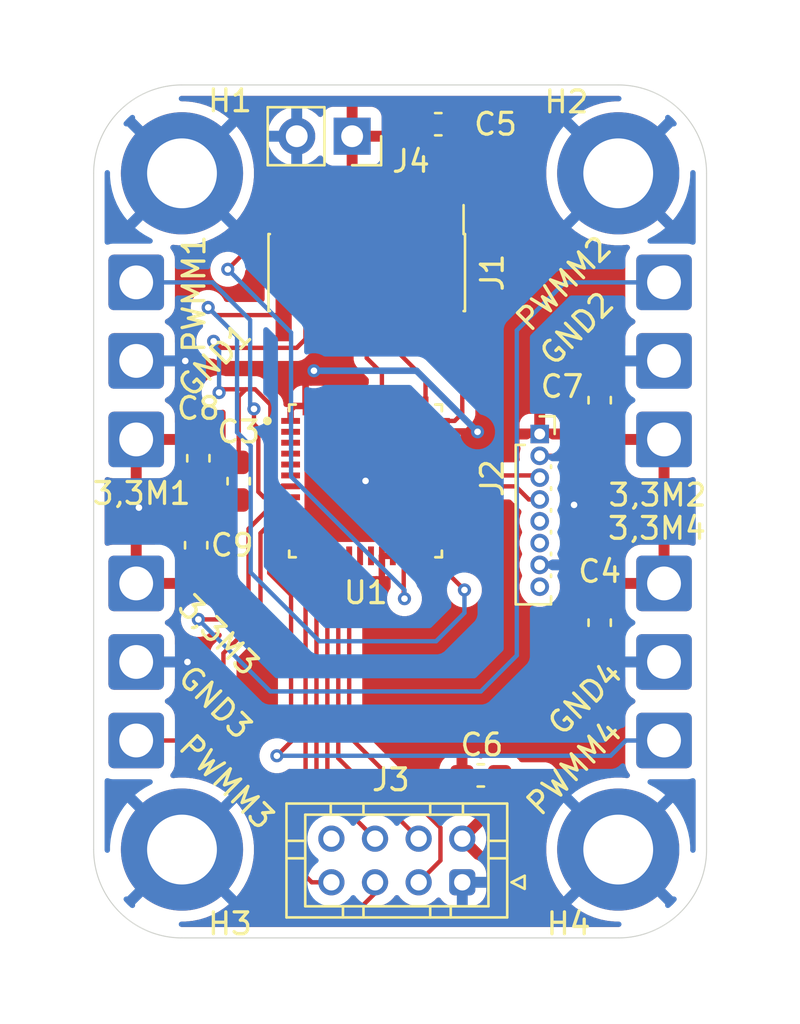
<source format=kicad_pcb>
(kicad_pcb (version 20241229) (generator "pcbnew") (generator_version "9.0")
  (layers (0 "F.Cu" signal) (2 "B.Cu" signal) (13 "F.Paste" user) (15 "B.Paste" user) (5 "F.SilkS" user "F.Silkscreen") (7 "B.SilkS" user "B.Silkscreen") (1 "F.Mask" user) (3 "B.Mask" user) (25 "Edge.Cuts" user))
  (net 0 "")
  (net 5 "3,3V")
  (net 8 "SDA")
  (net 15 "GND")
  (net 17 "NReset")
  (net 21 "USART_TX")
  (net 23 "SCL")
  (net 25 "SWCLK")
  (net 27 "USART_RX")
  (net 32 "SWO")
  (net 37 "SWDIO")
  (net 38 "Net-(PWMM1-Pin_1)")
  (net 41 "Net-(PWMM2-Pin_1)")
  (net 42 "Net-(PWMM3-Pin_1)")
  (net 43 "Net-(PWMM4-Pin_1)")
  (net 47 "RF_CSN")
  (net 49 "RF_MISO")
  (net 50 "RF_CE")
  (net 51 "RF_SCK")
  (net 52 "RF_MOSI")
  (footprint "MountingHole:MountingHole_3.2mm_M3_DIN965_Pad" (layer "F.Cu") (at 101.5 30)
    (property "Reference" "H2" (at -2.375 -3.275 0) (layer "F.SilkS"))
    (property "Value" "MountingHole_Pad")
    (pad "1" thru_hole circle (at 0 0) (size 5.6 5.6) (drill 3.2) (layers "*.Cu" "*.Mask") (net 15 "GND"))
  )
  (footprint "Connector_Wire:SolderWire-0.75sqmm_1x01_D1.25mm_OD2.3mm" (layer "F.Cu") (at 79.4 42.2)
    (property "Reference" "3,3M1" (at 0.25 2.475 0) (layer "F.SilkS"))
    (property "Value" "Conn_01x01_Pin")
    (pad "1" thru_hole roundrect (at 0 0) (size 2.55 2.55) (drill 1.55) (layers "*.Cu" "*.Mask") (roundrect_rratio 0.098039) (net 5 "3,3V"))
  )
  (footprint "Connector_JST:JST_PHD_B8B-PHDSS_2x04_P2.00mm_Vertical" (layer "F.Cu") (at 94.35 62.5 180)
    (property "Reference" "J3" (at 3.275 4.7 0) (layer "F.SilkS"))
    (property "Value" "Conn_02x04_Odd_Even")
    (fp_line (start 8.06 3.61) (end 8.06 -1.61) (stroke (width 0.12)) (layer "F.SilkS"))
    (fp_line (start 8.06 1.9) (end 7.2 1.9) (stroke (width 0.12)) (layer "F.SilkS"))
    (fp_line (start 8.06 1.1) (end 7.2 1.1) (stroke (width 0.12)) (layer "F.SilkS"))
    (fp_line (start 8.06 -1.61) (end -2.06 -1.61) (stroke (width 0.12)) (layer "F.SilkS"))
    (fp_line (start 7.2 3.1) (end 7.2 -1.1) (stroke (width 0.12)) (layer "F.SilkS"))
    (fp_line (start 7.2 -1.1) (end -1.200001 -1.1) (stroke (width 0.12)) (layer "F.SilkS"))
    (fp_line (start 6.029999 3.61) (end 6.03 3.1) (stroke (width 0.12)) (layer "F.SilkS"))
    (fp_line (start 5.47 -1.61) (end 5.470001 -1.1) (stroke (width 0.12)) (layer "F.SilkS"))
    (fp_line (start 4.53 3.61) (end 4.53 3.1) (stroke (width 0.12)) (layer "F.SilkS"))
    (fp_line (start 4.53 -1.61) (end 4.53 -1.1) (stroke (width 0.12)) (layer "F.SilkS"))
    (fp_line (start 1.47 -1.61) (end 1.47 -1.099999) (stroke (width 0.12)) (layer "F.SilkS"))
    (fp_line (start 1.469999 3.61) (end 1.47 3.1) (stroke (width 0.12)) (layer "F.SilkS"))
    (fp_line (start 0.530001 -1.61) (end 0.53 -1.1) (stroke (width 0.12)) (layer "F.SilkS"))
    (fp_line (start -0.03 3.61) (end -0.03 3.1) (stroke (width 0.12)) (layer "F.SilkS"))
    (fp_line (start -1.2 3.1) (end 7.2 3.1) (stroke (width 0.12)) (layer "F.SilkS"))
    (fp_line (start -1.200001 -1.1) (end -1.2 3.1) (stroke (width 0.12)) (layer "F.SilkS"))
    (fp_line (start -2.059999 3.61) (end 8.06 3.61) (stroke (width 0.12)) (layer "F.SilkS"))
    (fp_line (start -2.06 1.9) (end -1.2 1.9) (stroke (width 0.12)) (layer "F.SilkS"))
    (fp_line (start -2.06 1.099999) (end -1.200001 1.1) (stroke (width 0.12)) (layer "F.SilkS"))
    (fp_line (start -2.06 -1.61) (end -2.059999 3.61) (stroke (width 0.12)) (layer "F.SilkS"))
    (fp_line (start -2.26 0) (end -2.859999 0.3) (stroke (width 0.12)) (layer "F.SilkS"))
    (fp_line (start -2.859999 0.3) (end -2.859999 -0.3) (stroke (width 0.12)) (layer "F.SilkS"))
    (fp_line (start -2.859999 -0.3) (end -2.26 0) (stroke (width 0.12)) (layer "F.SilkS"))
    (pad "1" thru_hole roundrect (at 0 0 180) (size 1.2 1.2) (drill 0.75) (layers "*.Cu" "*.Mask") (roundrect_rratio 0.208333) (net 15 "GND"))
    (pad "2" thru_hole circle (at 0 2.000001 180) (size 1.2 1.2) (drill 0.75) (layers "*.Cu" "*.Mask") (net 5 "3,3V"))
    (pad "3" thru_hole circle (at 2.000001 0 180) (size 1.2 1.2) (drill 0.75) (layers "*.Cu" "*.Mask") (net 50 "RF_CE"))
    (pad "4" thru_hole circle (at 2 2 180) (size 1.2 1.2) (drill 0.75) (layers "*.Cu" "*.Mask") (net 47 "RF_CSN"))
    (pad "5" thru_hole circle (at 4 0 180) (size 1.2 1.2) (drill 0.75) (layers "*.Cu" "*.Mask") (net 51 "RF_SCK"))
    (pad "6" thru_hole circle (at 4.000001 2 180) (size 1.2 1.2) (drill 0.75) (layers "*.Cu" "*.Mask") (net 52 "RF_MOSI"))
    (pad "7" thru_hole circle (at 6 0 180) (size 1.2 1.2) (drill 0.75) (layers "*.Cu" "*.Mask") (net 49 "RF_MISO"))
    (pad "8" thru_hole circle (at 6 2 180) (size 1.2 1.2) (drill 0.75) (layers "*.Cu" "*.Mask"))
  )
  (footprint "Connector_PinHeader_1.27mm:PinHeader_2x07_P1.27mm_Vertical_SMD" (layer "F.Cu") (at 89.97 34.55 -90)
    (property "Reference" "J1" (at 0 -5.755 270) (layer "F.SilkS"))
    (property "Value" "Conn_ST_STDC14")
    (fp_line (start -1.765 4.505001) (end 1.765 4.505001) (stroke (width 0.12)) (layer "F.SilkS"))
    (fp_line (start -1.765 4.440001) (end -1.765 4.505001) (stroke (width 0.12)) (layer "F.SilkS"))
    (fp_line (start 1.765 4.440001) (end 1.765 4.505001) (stroke (width 0.12)) (layer "F.SilkS"))
    (fp_line (start -3.09 -4.44) (end -1.765 -4.440001) (stroke (width 0.12)) (layer "F.SilkS"))
    (fp_line (start -1.765 -4.505001) (end -1.765 -4.440001) (stroke (width 0.12)) (layer "F.SilkS"))
    (fp_line (start -1.765 -4.505001) (end 1.765 -4.505001) (stroke (width 0.12)) (layer "F.SilkS"))
    (fp_line (start 1.765 -4.505001) (end 1.765 -4.440001) (stroke (width 0.12)) (layer "F.SilkS"))
    (pad "1" smd rect (at -1.95 -3.81 270) (size 2.4 0.74) (layers "F.Cu" "F.Mask" "F.Paste"))
    (pad "2" smd rect (at 1.95 -3.81 270) (size 2.4 0.74) (layers "F.Cu" "F.Mask" "F.Paste"))
    (pad "3" smd rect (at -1.95 -2.54 270) (size 2.4 0.74) (layers "F.Cu" "F.Mask" "F.Paste") (net 5 "3,3V"))
    (pad "4" smd rect (at 1.95 -2.54 270) (size 2.4 0.74) (layers "F.Cu" "F.Mask" "F.Paste") (net 37 "SWDIO"))
    (pad "5" smd rect (at -1.95 -1.27 270) (size 2.4 0.74) (layers "F.Cu" "F.Mask" "F.Paste") (net 15 "GND"))
    (pad "6" smd rect (at 1.95 -1.27 270) (size 2.4 0.74) (layers "F.Cu" "F.Mask" "F.Paste") (net 25 "SWCLK"))
    (pad "7" smd rect (at -1.95 0 270) (size 2.4 0.74) (layers "F.Cu" "F.Mask" "F.Paste") (net 15 "GND"))
    (pad "8" smd rect (at 1.95 0 270) (size 2.4 0.74) (layers "F.Cu" "F.Mask" "F.Paste") (net 32 "SWO"))
    (pad "9" smd rect (at -1.95 1.27 270) (size 2.4 0.74) (layers "F.Cu" "F.Mask" "F.Paste"))
    (pad "10" smd rect (at 1.95 1.27 270) (size 2.4 0.74) (layers "F.Cu" "F.Mask" "F.Paste"))
    (pad "11" smd rect (at -1.95 2.54 270) (size 2.4 0.74) (layers "F.Cu" "F.Mask" "F.Paste") (net 15 "GND"))
    (pad "12" smd rect (at 1.95 2.54 270) (size 2.4 0.74) (layers "F.Cu" "F.Mask" "F.Paste") (net 17 "NReset"))
    (pad "13" smd rect (at -1.95 3.81 270) (size 2.4 0.74) (layers "F.Cu" "F.Mask" "F.Paste") (net 27 "USART_RX"))
    (pad "14" smd rect (at 1.95 3.81 270) (size 2.4 0.74) (layers "F.Cu" "F.Mask" "F.Paste") (net 21 "USART_TX"))
  )
  (footprint "Connector_Wire:SolderWire-0.75sqmm_1x01_D1.25mm_OD2.3mm" (layer "F.Cu") (at 79.4 48.8)
    (property "Reference" "3,3M3" (at 3.775 2.375 135) (layer "F.SilkS"))
    (property "Value" "Conn_01x01_Pin")
    (pad "1" thru_hole roundrect (at 0 0) (size 2.55 2.55) (drill 1.55) (layers "*.Cu" "*.Mask") (roundrect_rratio 0.098039) (net 5 "3,3V"))
  )
  (footprint "Capacitor_SMD:C_0603_1608Metric_Pad1.08x0.95mm_HandSolder" (layer "F.Cu") (at 93.25 27.75)
    (property "Reference" "C5" (at 2.625 0 180) (layer "F.SilkS"))
    (property "Value" "100nF")
    (fp_line (start -0.146267 -0.51) (end 0.146267 -0.51) (stroke (width 0.12)) (layer "F.SilkS"))
    (fp_line (start -0.146267 0.51) (end 0.146267 0.51) (stroke (width 0.12)) (layer "F.SilkS"))
    (pad "1" smd roundrect (at -0.862501 0) (size 1.075 0.95) (layers "F.Cu" "F.Mask" "F.Paste") (net 5 "3,3V"))
    (pad "2" smd roundrect (at 0.862501 0) (size 1.075 0.95) (layers "F.Cu" "F.Mask" "F.Paste") (net 15 "GND"))
  )
  (footprint "Connector_PinSocket_1.00mm:PinSocket_1x08_P1.00mm_Vertical" (layer "F.Cu") (at 97.9 41.95)
    (property "Reference" "J2" (at -2.175 2.025 90) (layer "F.SilkS"))
    (property "Value" "Conn_01x08_Pin")
    (fp_line (start -1.1 0.5) (end -1.1 7.81) (stroke (width 0.12)) (layer "F.SilkS"))
    (fp_line (start -1.1 0.5) (end -0.685 0.5) (stroke (width 0.12)) (layer "F.SilkS"))
    (fp_line (start -1.1 7.81) (end 0.52 7.81) (stroke (width 0.12)) (layer "F.SilkS"))
    (fp_line (start 0 -0.81) (end 0.685 -0.81) (stroke (width 0.12)) (layer "F.SilkS"))
    (fp_line (start 0.52 1.445898) (end 0.52 1.554102) (stroke (width 0.12)) (layer "F.SilkS"))
    (fp_line (start 0.52 2.445898) (end 0.52 2.554102) (stroke (width 0.12)) (layer "F.SilkS"))
    (fp_line (start 0.52 3.445898) (end 0.52 3.554102) (stroke (width 0.12)) (layer "F.SilkS"))
    (fp_line (start 0.52 4.445898) (end 0.52 4.554102) (stroke (width 0.12)) (layer "F.SilkS"))
    (fp_line (start 0.52 5.445898) (end 0.52 5.554102) (stroke (width 0.12)) (layer "F.SilkS"))
    (fp_line (start 0.52 6.445898) (end 0.52 6.554102) (stroke (width 0.12)) (layer "F.SilkS"))
    (fp_line (start 0.52 7.445898) (end 0.52 7.81) (stroke (width 0.12)) (layer "F.SilkS"))
    (fp_line (start 0.685 -0.81) (end 0.685 0) (stroke (width 0.12)) (layer "F.SilkS"))
    (pad "1" thru_hole rect (at 0 0) (size 0.85 0.85) (drill 0.5) (layers "*.Cu" "*.Mask") (net 5 "3,3V"))
    (pad "2" thru_hole oval (at 0 1) (size 0.85 0.85) (drill 0.5) (layers "*.Cu" "*.Mask") (net 15 "GND"))
    (pad "3" thru_hole oval (at 0 2) (size 0.85 0.85) (drill 0.5) (layers "*.Cu" "*.Mask") (net 23 "SCL"))
    (pad "4" thru_hole oval (at 0 3) (size 0.85 0.85) (drill 0.5) (layers "*.Cu" "*.Mask") (net 8 "SDA"))
    (pad "5" thru_hole oval (at 0 4) (size 0.85 0.85) (drill 0.5) (layers "*.Cu" "*.Mask"))
    (pad "6" thru_hole oval (at 0 5) (size 0.85 0.85) (drill 0.5) (layers "*.Cu" "*.Mask"))
    (pad "7" thru_hole oval (at 0 6) (size 0.85 0.85) (drill 0.5) (layers "*.Cu" "*.Mask") (net 15 "GND"))
    (pad "8" thru_hole oval (at 0 7) (size 0.85 0.85) (drill 0.5) (layers "*.Cu" "*.Mask"))
  )
  (footprint "Connector_PinSocket_2.54mm:PinSocket_1x02_P2.54mm_Vertical" (layer "F.Cu") (at 89.3 28.3 -90)
    (property "Reference" "J4" (at 1.15 -2.7 180) (layer "F.SilkS"))
    (property "Value" "Conn_01x02_Pin")
    (fp_line (start -1.33 3.87) (end 1.33 3.87) (stroke (width 0.12)) (layer "F.SilkS"))
    (fp_line (start -1.33 1.27) (end -1.33 3.87) (stroke (width 0.12)) (layer "F.SilkS"))
    (fp_line (start -1.33 1.27) (end 1.33 1.27) (stroke (width 0.12)) (layer "F.SilkS"))
    (fp_line (start 1.33 1.27) (end 1.33 3.87) (stroke (width 0.12)) (layer "F.SilkS"))
    (fp_line (start 0 -1.33) (end 1.33 -1.33) (stroke (width 0.12)) (layer "F.SilkS"))
    (fp_line (start 1.33 -1.33) (end 1.33 0) (stroke (width 0.12)) (layer "F.SilkS"))
    (pad "1" thru_hole rect (at 0 0 270) (size 1.7 1.7) (drill 1) (layers "*.Cu" "*.Mask") (net 5 "3,3V"))
    (pad "2" thru_hole oval (at 0 2.54 270) (size 1.7 1.7) (drill 1) (layers "*.Cu" "*.Mask") (net 15 "GND"))
  )
  (footprint "Connector_Wire:SolderWire-0.75sqmm_1x01_D1.25mm_OD2.3mm" (layer "F.Cu") (at 79.4 52.4)
    (property "Reference" "GND3" (at 3.625 1.85 135) (layer "F.SilkS"))
    (property "Value" "Conn_01x01_Pin")
    (pad "1" thru_hole roundrect (at 0 0) (size 2.55 2.55) (drill 1.55) (layers "*.Cu" "*.Mask") (roundrect_rratio 0.098039) (net 15 "GND"))
  )
  (footprint "Connector_Wire:SolderWire-0.75sqmm_1x01_D1.25mm_OD2.3mm" (layer "F.Cu") (at 103.6 52.4)
    (property "Reference" "GND4" (at -3.625 1.675 225) (layer "F.SilkS"))
    (property "Value" "Conn_01x01_Pin")
    (pad "1" thru_hole roundrect (at 0 0) (size 2.55 2.55) (drill 1.55) (layers "*.Cu" "*.Mask") (roundrect_rratio 0.098039) (net 15 "GND"))
  )
  (footprint "Capacitor_SMD:C_0603_1608Metric_Pad1.08x0.95mm_HandSolder" (layer "F.Cu") (at 100.65 50.6 -90)
    (property "Reference" "C4" (at -2.35 0 180) (layer "F.SilkS"))
    (property "Value" "100nF")
    (fp_line (start -0.146267 0.51) (end 0.146267 0.51) (stroke (width 0.12)) (layer "F.SilkS"))
    (fp_line (start -0.146267 -0.51) (end 0.146267 -0.51) (stroke (width 0.12)) (layer "F.SilkS"))
    (pad "1" smd roundrect (at -0.862501 0 270) (size 1.075 0.95) (layers "F.Cu" "F.Mask" "F.Paste") (net 5 "3,3V"))
    (pad "2" smd roundrect (at 0.862501 0 270) (size 1.075 0.95) (layers "F.Cu" "F.Mask" "F.Paste") (net 15 "GND"))
  )
  (footprint "Connector_Wire:SolderWire-0.75sqmm_1x01_D1.25mm_OD2.3mm" (layer "F.Cu") (at 79.4 38.6)
    (property "Reference" "GND1" (at 3.6 -0.025 225) (layer "F.SilkS"))
    (property "Value" "Conn_01x01_Pin")
    (pad "1" thru_hole roundrect (at 0 0) (size 2.55 2.55) (drill 1.55) (layers "*.Cu" "*.Mask") (roundrect_rratio 0.098039) (net 15 "GND"))
  )
  (footprint "Capacitor_SMD:C_0603_1608Metric_Pad1.08x0.95mm_HandSolder" (layer "F.Cu") (at 84.1 44.112501 -90)
    (property "Reference" "C3" (at -2.262501 0 180) (layer "F.SilkS"))
    (property "Value" "100nF")
    (fp_line (start -0.146267 0.51) (end 0.146267 0.51) (stroke (width 0.12)) (layer "F.SilkS"))
    (fp_line (start -0.146267 -0.51) (end 0.146267 -0.51) (stroke (width 0.12)) (layer "F.SilkS"))
    (pad "1" smd roundrect (at -0.862501 0 270) (size 1.075 0.95) (layers "F.Cu" "F.Mask" "F.Paste") (net 17 "NReset"))
    (pad "2" smd roundrect (at 0.862501 0 270) (size 1.075 0.95) (layers "F.Cu" "F.Mask" "F.Paste") (net 15 "GND"))
  )
  (footprint "Capacitor_SMD:C_0603_1608Metric_Pad1.08x0.95mm_HandSolder" (layer "F.Cu") (at 82.15 47.05 -90)
    (property "Reference" "C9" (at 0 -1.65 180) (layer "F.SilkS"))
    (property "Value" "0.1uF")
    (fp_line (start -0.146267 0.51) (end 0.146267 0.51) (stroke (width 0.12)) (layer "F.SilkS"))
    (fp_line (start -0.146267 -0.51) (end 0.146267 -0.51) (stroke (width 0.12)) (layer "F.SilkS"))
    (pad "1" smd roundrect (at -0.862501 0 270) (size 1.075 0.95) (layers "F.Cu" "F.Mask" "F.Paste") (net 15 "GND"))
    (pad "2" smd roundrect (at 0.862501 0 270) (size 1.075 0.95) (layers "F.Cu" "F.Mask" "F.Paste") (net 5 "3,3V"))
  )
  (footprint "Connector_Wire:SolderWire-0.75sqmm_1x01_D1.25mm_OD2.3mm" (layer "F.Cu") (at 103.6 48.8)
    (property "Reference" "3,3M4" (at -0.325 -2.525 0) (layer "F.SilkS"))
    (property "Value" "Conn_01x01_Pin")
    (pad "1" thru_hole roundrect (at 0 0) (size 2.55 2.55) (drill 1.55) (layers "*.Cu" "*.Mask") (roundrect_rratio 0.098039) (net 5 "3,3V"))
  )
  (footprint "Capacitor_SMD:C_0603_1608Metric_Pad1.08x0.95mm_HandSolder" (layer "F.Cu") (at 82.25 43.062501 90)
    (property "Reference" "C8" (at 2.287501 0 0) (layer "F.SilkS"))
    (property "Value" "10uF")
    (fp_line (start -0.146267 -0.51) (end 0.146267 -0.51) (stroke (width 0.12)) (layer "F.SilkS"))
    (fp_line (start -0.146267 0.51) (end 0.146267 0.51) (stroke (width 0.12)) (layer "F.SilkS"))
    (pad "1" smd roundrect (at -0.862501 0 90) (size 1.075 0.95) (layers "F.Cu" "F.Mask" "F.Paste") (net 15 "GND"))
    (pad "2" smd roundrect (at 0.862501 0 90) (size 1.075 0.95) (layers "F.Cu" "F.Mask" "F.Paste") (net 5 "3,3V"))
  )
  (footprint "Connector_Wire:SolderWire-0.75sqmm_1x01_D1.25mm_OD2.3mm" (layer "F.Cu") (at 79.4 35)
    (property "Reference" "PWMM1" (at 2.65 0.525 270) (layer "F.SilkS"))
    (property "Value" "Conn_01x01_Pin")
    (pad "1" thru_hole roundrect (at 0 0) (size 2.55 2.55) (drill 1.55) (layers "*.Cu" "*.Mask") (roundrect_rratio 0.098039) (net 38 "Net-(PWMM1-Pin_1)"))
  )
  (footprint "MountingHole:MountingHole_3.2mm_M3_DIN965_Pad" (layer "F.Cu") (at 81.5 30)
    (property "Reference" "H1" (at 2.2 -3.325 0) (layer "F.SilkS"))
    (property "Value" "MountingHole_Pad")
    (pad "1" thru_hole circle (at 0 0) (size 5.6 5.6) (drill 3.2) (layers "*.Cu" "*.Mask") (net 15 "GND"))
  )
  (footprint "Capacitor_SMD:C_0603_1608Metric_Pad1.08x0.95mm_HandSolder" (layer "F.Cu") (at 95.2 57.6)
    (property "Reference" "C6" (at 0.05 -1.4 180) (layer "F.SilkS"))
    (property "Value" "100nF")
    (fp_line (start -0.146267 -0.51) (end 0.146267 -0.51) (stroke (width 0.12)) (layer "F.SilkS"))
    (fp_line (start -0.146267 0.51) (end 0.146267 0.51) (stroke (width 0.12)) (layer "F.SilkS"))
    (pad "1" smd roundrect (at -0.862501 0) (size 1.075 0.95) (layers "F.Cu" "F.Mask" "F.Paste") (net 5 "3,3V"))
    (pad "2" smd roundrect (at 0.862501 0) (size 1.075 0.95) (layers "F.Cu" "F.Mask" "F.Paste") (net 15 "GND"))
  )
  (footprint "MountingHole:MountingHole_3.2mm_M3_DIN965_Pad" (layer "F.Cu") (at 101.5 61)
    (property "Reference" "H4" (at -2.275 3.4 0) (layer "F.SilkS"))
    (property "Value" "MountingHole_Pad")
    (pad "1" thru_hole circle (at 0 0) (size 5.6 5.6) (drill 3.2) (layers "*.Cu" "*.Mask") (net 15 "GND"))
  )
  (footprint "Connector_Wire:SolderWire-0.75sqmm_1x01_D1.25mm_OD2.3mm" (layer "F.Cu") (at 79.4 56)
    (property "Reference" "PWMM3" (at 4.15 1.9 135) (layer "F.SilkS"))
    (property "Value" "Conn_01x01_Pin")
    (pad "1" thru_hole roundrect (at 0 0) (size 2.55 2.55) (drill 1.55) (layers "*.Cu" "*.Mask") (roundrect_rratio 0.098039) (net 42 "Net-(PWMM3-Pin_1)"))
  )
  (footprint "MountingHole:MountingHole_3.2mm_M3_DIN965_Pad" (layer "F.Cu") (at 81.5 61)
    (property "Reference" "H3" (at 2.2 3.4 0) (layer "F.SilkS"))
    (property "Value" "MountingHole_Pad")
    (pad "1" thru_hole circle (at 0 0) (size 5.6 5.6) (drill 3.2) (layers "*.Cu" "*.Mask") (net 15 "GND"))
  )
  (footprint "Connector_Wire:SolderWire-0.75sqmm_1x01_D1.25mm_OD2.3mm" (layer "F.Cu") (at 103.6 42.2)
    (property "Reference" "3,3M2" (at -0.3 2.55 0) (layer "F.SilkS"))
    (property "Value" "Conn_01x01_Pin")
    (pad "1" thru_hole roundrect (at 0 0) (size 2.55 2.55) (drill 1.55) (layers "*.Cu" "*.Mask") (roundrect_rratio 0.098039) (net 5 "3,3V"))
  )
  (footprint "Connector_Wire:SolderWire-0.75sqmm_1x01_D1.25mm_OD2.3mm" (layer "F.Cu") (at 103.6 56)
    (property "Reference" "PWMM4" (at -4.125 1.25 225) (layer "F.SilkS"))
    (property "Value" "Conn_01x01_Pin")
    (pad "1" thru_hole roundrect (at 0 0) (size 2.55 2.55) (drill 1.55) (layers "*.Cu" "*.Mask") (roundrect_rratio 0.098039) (net 43 "Net-(PWMM4-Pin_1)"))
  )
  (footprint "Capacitor_SMD:C_0603_1608Metric_Pad1.08x0.95mm_HandSolder" (layer "F.Cu") (at 100.65 40.4 90)
    (property "Reference" "C7" (at 0.625 -1.725 180) (layer "F.SilkS"))
    (property "Value" "100nF")
    (fp_line (start -0.146267 -0.51) (end 0.146267 -0.51) (stroke (width 0.12)) (layer "F.SilkS"))
    (fp_line (start -0.146267 0.51) (end 0.146267 0.51) (stroke (width 0.12)) (layer "F.SilkS"))
    (pad "1" smd roundrect (at -0.862501 0 90) (size 1.075 0.95) (layers "F.Cu" "F.Mask" "F.Paste") (net 5 "3,3V"))
    (pad "2" smd roundrect (at 0.862501 0 90) (size 1.075 0.95) (layers "F.Cu" "F.Mask" "F.Paste") (net 15 "GND"))
  )
  (footprint "Connector_Wire:SolderWire-0.75sqmm_1x01_D1.25mm_OD2.3mm" (layer "F.Cu") (at 103.6 38.6)
    (property "Reference" "GND2" (at -4 -1.475 225) (layer "F.SilkS"))
    (property "Value" "Conn_01x01_Pin")
    (pad "1" thru_hole roundrect (at 0 0) (size 2.55 2.55) (drill 1.55) (layers "*.Cu" "*.Mask") (roundrect_rratio 0.098039) (net 15 "GND"))
  )
  (footprint "STM32G431CBU6:QFN50P700X700X60-49N" (layer "F.Cu") (at 89.915 44.1)
    (property "Reference" "U1" (at 0.01 5.125 0) (layer "F.SilkS"))
    (property "Value" "STM32G431CBU6")
    (fp_line (start -3.5 -3.5) (end -3.5 -3.2) (stroke (width 0.127)) (layer "F.SilkS"))
    (fp_line (start -3.5 -3.5) (end -3.2 -3.5) (stroke (width 0.127)) (layer "F.SilkS"))
    (fp_line (start -3.5 3.5) (end -3.5 3.2) (stroke (width 0.127)) (layer "F.SilkS"))
    (fp_line (start -3.5 3.5) (end -3.2 3.5) (stroke (width 0.127)) (layer "F.SilkS"))
    (fp_line (start 3.5 -3.5) (end 3.2 -3.5) (stroke (width 0.127)) (layer "F.SilkS"))
    (fp_line (start 3.5 -3.5) (end 3.5 -3.2) (stroke (width 0.127)) (layer "F.SilkS"))
    (fp_line (start 3.5 3.5) (end 3.2 3.5) (stroke (width 0.127)) (layer "F.SilkS"))
    (fp_line (start 3.5 3.5) (end 3.5 3.2) (stroke (width 0.127)) (layer "F.SilkS"))
    (fp_circle (center -4.5 -2.75) (end -4.4 -2.75) (stroke (width 0.2)) (fill no) (layer "F.SilkS"))
    (pad "1" smd rect (at -3.435 -2.75) (size 0.86 0.27) (layers "F.Cu" "F.Paste") (net 5 "3,3V"))
    (pad "2" smd rect (at -3.435 -2.25) (size 0.86 0.27) (layers "F.Cu" "F.Paste"))
    (pad "3" smd rect (at -3.435 -1.75) (size 0.86 0.27) (layers "F.Cu" "F.Paste"))
    (pad "4" smd rect (at -3.435 -1.25) (size 0.86 0.27) (layers "F.Cu" "F.Paste"))
    (pad "5" smd rect (at -3.435 -0.75) (size 0.86 0.27) (layers "F.Cu" "F.Paste"))
    (pad "6" smd rect (at -3.435 -0.25) (size 0.86 0.27) (layers "F.Cu" "F.Paste"))
    (pad "7" smd rect (at -3.435 0.25) (size 0.86 0.27) (layers "F.Cu" "F.Paste") (net 17 "NReset"))
    (pad "8" smd rect (at -3.435 0.75) (size 0.86 0.27) (layers "F.Cu" "F.Paste") (net 38 "Net-(PWMM1-Pin_1)"))
    (pad "9" smd rect (at -3.435 1.25) (size 0.86 0.27) (layers "F.Cu" "F.Paste") (net 41 "Net-(PWMM2-Pin_1)"))
    (pad "10" smd rect (at -3.435 1.75) (size 0.86 0.27) (layers "F.Cu" "F.Paste") (net 42 "Net-(PWMM3-Pin_1)"))
    (pad "11" smd rect (at -3.435 2.25) (size 0.86 0.27) (layers "F.Cu" "F.Paste") (net 43 "Net-(PWMM4-Pin_1)"))
    (pad "12" smd rect (at -3.435 2.75) (size 0.86 0.27) (layers "F.Cu" "F.Paste"))
    (pad "13" smd rect (at -2.75 3.435) (size 0.27 0.86) (layers "F.Cu" "F.Paste") (net 51 "RF_SCK"))
    (pad "14" smd rect (at -2.25 3.435) (size 0.27 0.86) (layers "F.Cu" "F.Paste") (net 49 "RF_MISO"))
    (pad "15" smd rect (at -1.75 3.435) (size 0.27 0.86) (layers "F.Cu" "F.Paste") (net 52 "RF_MOSI"))
    (pad "16" smd rect (at -1.25 3.435) (size 0.27 0.86) (layers "F.Cu" "F.Paste") (net 47 "RF_CSN"))
    (pad "17" smd rect (at -0.75 3.435) (size 0.27 0.86) (layers "F.Cu" "F.Paste") (net 50 "RF_CE"))
    (pad "18" smd rect (at -0.25 3.435) (size 0.27 0.86) (layers "F.Cu" "F.Paste"))
    (pad "19" smd rect (at 0.25 3.435) (size 0.27 0.86) (layers "F.Cu" "F.Paste"))
    (pad "20" smd rect (at 0.75 3.435) (size 0.27 0.86) (layers "F.Cu" "F.Paste") (net 5 "3,3V"))
    (pad "21" smd rect (at 1.25 3.435) (size 0.27 0.86) (layers "F.Cu" "F.Paste") (net 5 "3,3V"))
    (pad "22" smd rect (at 1.75 3.435) (size 0.27 0.86) (layers "F.Cu" "F.Paste") (net 27 "USART_RX"))
    (pad "23" smd rect (at 2.25 3.435) (size 0.27 0.86) (layers "F.Cu" "F.Paste") (net 5 "3,3V"))
    (pad "24" smd rect (at 2.75 3.435) (size 0.27 0.86) (layers "F.Cu" "F.Paste") (net 21 "USART_TX"))
    (pad "25" smd rect (at 3.435 2.75) (size 0.86 0.27) (layers "F.Cu" "F.Paste"))
    (pad "26" smd rect (at 3.435 2.25) (size 0.86 0.27) (layers "F.Cu" "F.Paste"))
    (pad "27" smd rect (at 3.435 1.75) (size 0.86 0.27) (layers "F.Cu" "F.Paste"))
    (pad "28" smd rect (at 3.435 1.25) (size 0.86 0.27) (layers "F.Cu" "F.Paste"))
    (pad "29" smd rect (at 3.435 0.75) (size 0.86 0.27) (layers "F.Cu" "F.Paste"))
    (pad "30" smd rect (at 3.435 0.25) (size 0.86 0.27) (layers "F.Cu" "F.Paste") (net 8 "SDA"))
    (pad "31" smd rect (at 3.435 -0.25) (size 0.86 0.27) (layers "F.Cu" "F.Paste") (net 23 "SCL"))
    (pad "32" smd rect (at 3.435 -0.75) (size 0.86 0.27) (layers "F.Cu" "F.Paste"))
    (pad "33" smd rect (at 3.435 -1.25) (size 0.86 0.27) (layers "F.Cu" "F.Paste"))
    (pad "34" smd rect (at 3.435 -1.75) (size 0.86 0.27) (layers "F.Cu" "F.Paste"))
    (pad "35" smd rect (at 3.435 -2.25) (size 0.86 0.27) (layers "F.Cu" "F.Paste") (net 5 "3,3V"))
    (pad "36" smd rect (at 3.435 -2.75) (size 0.86 0.27) (layers "F.Cu" "F.Paste") (net 37 "SWDIO"))
    (pad "37" smd rect (at 2.75 -3.435) (size 0.27 0.86) (layers "F.Cu" "F.Paste") (net 25 "SWCLK"))
    (pad "38" smd rect (at 2.25 -3.435) (size 0.27 0.86) (layers "F.Cu" "F.Paste"))
    (pad "39" smd rect (at 1.75 -3.435) (size 0.27 0.86) (layers "F.Cu" "F.Paste"))
    (pad "40" smd rect (at 1.25 -3.435) (size 0.27 0.86) (layers "F.Cu" "F.Paste"))
    (pad "41" smd rect (at 0.75 -3.435) (size 0.27 0.86) (layers "F.Cu" "F.Paste") (net 32 "SWO"))
    (pad "42" smd rect (at 0.25 -3.435) (size 0.27 0.86) (layers "F.Cu" "F.Paste"))
    (pad "43" smd rect (at -0.25 -3.435) (size 0.27 0.86) (layers "F.Cu" "F.Paste"))
    (pad "44" smd rect (at -0.75 -3.435) (size 0.27 0.86) (layers "F.Cu" "F.Paste"))
    (pad "45" smd rect (at -1.25 -3.435) (size 0.27 0.86) (layers "F.Cu" "F.Paste"))
    (pad "46" smd rect (at -1.75 -3.435) (size 0.27 0.86) (layers "F.Cu" "F.Paste"))
    (pad "47" smd rect (at -2.25 -3.435) (size 0.27 0.86) (layers "F.Cu" "F.Paste"))
    (pad "48" smd rect (at -2.75 -3.435) (size 0.27 0.86) (layers "F.Cu" "F.Paste") (net 5 "3,3V"))
    (pad "49" smd rect (at 0 0) (size 5.6 5.6) (layers "F.Cu") (net 15 "GND"))
  )
  (footprint "Connector_Wire:SolderWire-0.75sqmm_1x01_D1.25mm_OD2.3mm" (layer "F.Cu") (at 103.6 35)
    (property "Reference" "PWMM2" (at -4.6 0.05 45) (layer "F.SilkS"))
    (property "Value" "Conn_01x01_Pin")
    (pad "1" thru_hole roundrect (at 0 0) (size 2.55 2.55) (drill 1.55) (layers "*.Cu" "*.Mask") (roundrect_rratio 0.098039) (net 41 "Net-(PWMM2-Pin_1)"))
  )
  (gr_arc (start 101.5 25.95) (mid 104.363782 27.136218) (end 105.55 30) (stroke (width 0.05)) (layer "Edge.Cuts"))
  (gr_arc (start 105.55 61) (mid 104.363782 63.863782) (end 101.5 65.05) (stroke (width 0.05)) (layer "Edge.Cuts"))
  (gr_line (start 101.5 65.05) (end 81.5 65.05) (stroke (width 0.05)) (layer "Edge.Cuts"))
  (gr_line (start 81.5 25.95) (end 101.5 25.95) (stroke (width 0.05)) (layer "Edge.Cuts"))
  (gr_arc (start 81.5 65.05) (mid 78.636218 63.863782) (end 77.45 61) (stroke (width 0.05)) (layer "Edge.Cuts"))
  (gr_line (start 77.45 61) (end 77.45 30) (stroke (width 0.05)) (layer "Edge.Cuts"))
  (gr_line (start 105.55 30) (end 105.55 61) (stroke (width 0.05)) (layer "Edge.Cuts"))
  (gr_arc (start 77.45 30) (mid 78.636218 27.136218) (end 81.5 25.95) (stroke (width 0.05)) (layer "Edge.Cuts"))
  (segment (start 86.48 41.35) (end 86.48 40.82) (width 0.3) (layer "F.Cu") (net 5))
  (segment (start 87.165 39.435) (end 87.165 40.665) (width 0.3) (layer "F.Cu") (net 5))
  (segment (start 86.635 40.665) (end 87.165 40.665) (width 0.3) (layer "F.Cu") (net 5))
  (segment (start 92.7 49.2) (end 92.7 48.95) (width 0.3) (layer "F.Cu") (net 5))
  (segment (start 86.48 40.82) (end 86.635 40.665) (width 0.3) (layer "F.Cu") (net 5))
  (segment (start 94.337499 60.487498) (end 94.35 60.499999) (width 0.3) (layer "F.Cu") (net 5))
  (segment (start 92.165 48.415) (end 92.165 47.535) (width 0.3) (layer "F.Cu") (net 5))
  (segment (start 93.35 41.85) (end 93.364 41.836) (width 0.3) (layer "F.Cu") (net 5))
  (segment (start 95.036 41.836) (end 95.05 41.85) (width 0.3) (layer "F.Cu") (net 5))
  (segment (start 90.665 47.535) (end 90.665 48.485) (width 0.3) (layer "F.Cu") (net 5))
  (segment (start 87.55 39.05) (end 87.165 39.435) (width 0.3) (layer "F.Cu") (net 5))
  (segment (start 90.665 47.535) (end 91.165 47.535) (width 0.3) (layer "F.Cu") (net 5))
  (segment (start 93.364 41.836) (end 95.036 41.836) (width 0.3) (layer "F.Cu") (net 5))
  (segment (start 92.7 48.95) (end 92.165 48.415) (width 0.3) (layer "F.Cu") (net 5))
  (via (at 95.05 41.85) (size 0.6) (drill 0.3) (layers "F.Cu" "B.Cu") (net 5))
  (via (at 87.55 39.05) (size 0.6) (drill 0.3) (layers "F.Cu" "B.Cu") (net 5))
  (segment (start 92.25 39.05) (end 87.55 39.05) (width 0.3) (layer "B.Cu") (net 5))
  (segment (start 95.05 41.85) (end 92.25 39.05) (width 0.3) (layer "B.Cu") (net 5))
  (segment (start 97.4 44.95) (end 97.9 44.95) (width 0.2) (layer "F.Cu") (net 8))
  (segment (start 93.35 44.35) (end 96.8 44.35) (width 0.2) (layer "F.Cu") (net 8))
  (segment (start 96.8 44.35) (end 97.4 44.95) (width 0.2) (layer "F.Cu") (net 8))
  (segment (start 99.475 45.2) (end 99.475 43.425) (width 0.2) (layer "F.Cu") (net 15))
  (segment (start 99 47.95) (end 97.9 47.95) (width 0.2) (layer "F.Cu") (net 15))
  (segment (start 99 42.95) (end 97.9 42.95) (width 0.2) (layer "F.Cu") (net 15))
  (segment (start 101.587499 52.4) (end 100.65 51.462501) (width 0.2) (layer "F.Cu") (net 15))
  (segment (start 87.43 32.6) (end 87.43 31.698) (width 0.2) (layer "F.Cu") (net 15))
  (segment (start 82.15 46.187499) (end 82.15 44.025002) (width 0.2) (layer "F.Cu") (net 15))
  (segment (start 80.387499 46.187499) (end 79.525 45.325) (width 0.2) (layer "F.Cu") (net 15))
  (segment (start 94.112501 27.75) (end 99.25 27.75) (width 0.2) (layer "F.Cu") (net 15))
  (segment (start 103.6 52.4) (end 101.587499 52.4) (width 0.2) (layer "F.Cu") (net 15))
  (segment (start 81.75 52.4) (end 79.4 52.4) (width 0.2) (layer "F.Cu") (net 15))
  (segment (start 101.587499 38.6) (end 100.65 39.537499) (width 0.2) (layer "F.Cu") (net 15))
  (segment (start 84.1 44.975002) (end 83.3 44.975002) (width 0.2) (layer "F.Cu") (net 15))
  (segment (start 87.43 31.698) (end 88.029 31.099) (width 0.2) (layer "F.Cu") (net 15))
  (segment (start 99.475 43.425) (end 99 42.95) (width 0.2) (layer "F.Cu") (net 15))
  (segment (start 103.6 38.6) (end 101.587499 38.6) (width 0.2) (layer "F.Cu") (net 15))
  (segment (start 96.062501 57.6) (end 98.1 57.6) (width 0.2) (layer "F.Cu") (net 15))
  (segment (start 99.25 27.75) (end 101.5 30) (width 0.2) (layer "F.Cu") (net 15))
  (segment (start 87.43 30.53) (end 86.76 29.86) (width 0.2) (layer "F.Cu") (net 15))
  (segment (start 82.15 44.025002) (end 82.25 43.925002) (width 0.2) (layer "F.Cu") (net 15))
  (segment (start 98.1 57.6) (end 101.5 61) (width 0.2) (layer "F.Cu") (net 15))
  (segment (start 82.15 46.187499) (end 80.387499 46.187499) (width 0.2) (layer "F.Cu") (net 15))
  (segment (start 87.43 32.6) (end 87.43 30.53) (width 0.2) (layer "F.Cu") (net 15))
  (segment (start 88.029 31.099) (end 89.299 31.099) (width 0.2) (layer "F.Cu") (net 15))
  (segment (start 89.97 31.77) (end 89.97 32.6) (width 0.2) (layer "F.Cu") (net 15))
  (segment (start 89.97 32.6) (end 91.24 32.6) (width 0.2) (layer "F.Cu") (net 15))
  (segment (start 79.4 38.6) (end 81.65 38.6) (width 0.2) (layer "F.Cu") (net 15))
  (segment (start 83.3 44.975002) (end 82.25 43.925002) (width 0.2) (layer "F.Cu") (net 15))
  (segment (start 99.475 45.2) (end 99.475 47.475) (width 0.2) (layer "F.Cu") (net 15))
  (segment (start 89.299 31.099) (end 89.97 31.77) (width 0.2) (layer "F.Cu") (net 15))
  (segment (start 86.76 29.86) (end 86.76 28.3) (width 0.2) (layer "F.Cu") (net 15))
  (segment (start 99.475 47.475) (end 99 47.95) (width 0.2) (layer "F.Cu") (net 15))
  (via (at 89.915 44.1) (size 0.6) (drill 0.3) (layers "F.Cu" "B.Cu") (net 15))
  (via (at 79.525 45.325) (size 0.6) (drill 0.3) (layers "F.Cu" "B.Cu") (net 15))
  (via (at 81.75 52.4) (size 0.6) (drill 0.3) (layers "F.Cu" "B.Cu") (net 15))
  (via (at 99.475 45.2) (size 0.6) (drill 0.3) (layers "F.Cu" "B.Cu") (net 15))
  (via (at 81.65 38.6) (size 0.6) (drill 0.3) (layers "F.Cu" "B.Cu") (net 15))
  (segment (start 86.759 38.001) (end 87.43 37.33) (width 0.2) (layer "F.Cu") (net 17))
  (segment (start 84.1 39.9) (end 84.425 39.9) (width 0.2) (layer "F.Cu") (net 17))
  (segment (start 84.85 39.9) (end 85.55 40.6) (width 0.2) (layer "F.Cu") (net 17))
  (segment (start 83.301 38.001) (end 86.759 38.001) (width 0.2) (layer "F.Cu") (net 17))
  (segment (start 84.1 43.25) (end 84.1 40.225) (width 0.2) (layer "F.Cu") (net 17))
  (segment (start 82.95 37.7) (end 83 37.7) (width 0.2) (layer "F.Cu") (net 17))
  (segment (start 84.1 40.225) (end 84.425 39.9) (width 0.2) (layer "F.Cu") (net 17))
  (segment (start 84.1 39.9) (end 83.35 39.9) (width 0.2) (layer "F.Cu") (net 17))
  (segment (start 83.35 39.9) (end 83.2 40.05) (width 0.2) (layer "F.Cu") (net 17))
  (segment (start 85.65 44.35) (end 86.48 44.35) (width 0.2) (layer "F.Cu") (net 17))
  (segment (start 85.55 44.25) (end 85.65 44.35) (width 0.2) (layer "F.Cu") (net 17))
  (segment (start 85.55 40.6) (end 85.55 44.25) (width 0.2) (layer "F.Cu") (net 17))
  (segment (start 87.43 37.33) (end 87.43 36.5) (width 0.2) (layer "F.Cu") (net 17))
  (segment (start 83 37.7) (end 83.301 38.001) (width 0.2) (layer "F.Cu") (net 17))
  (segment (start 84.425 39.9) (end 84.85 39.9) (width 0.2) (layer "F.Cu") (net 17))
  (via (at 83.2 40.05) (size 0.6) (drill 0.3) (layers "F.Cu" "B.Cu") (net 17))
  (via (at 82.95 37.7) (size 0.6) (drill 0.3) (layers "F.Cu" "B.Cu") (net 17))
  (segment (start 83.2 38.15) (end 82.95 37.9) (width 0.2) (layer "B.Cu") (net 17))
  (segment (start 82.95 37.9) (end 82.95 37.7) (width 0.2) (layer "B.Cu") (net 17))
  (segment (start 83.2 40.05) (end 83.2 38.15) (width 0.2) (layer "B.Cu") (net 17))
  (segment (start 93 48.45) (end 92.665 48.115) (width 0.2) (layer "F.Cu") (net 21))
  (segment (start 83.05 36.5) (end 82.7 36.15) (width 0.2) (layer "F.Cu") (net 21))
  (segment (start 86.16 36.5) (end 83.05 36.5) (width 0.2) (layer "F.Cu") (net 21))
  (segment (start 82.7 36.15) (end 82.8 36.25) (width 0.2) (layer "F.Cu") (net 21))
  (segment (start 93.8 48.45) (end 93 48.45) (width 0.2) (layer "F.Cu") (net 21))
  (segment (start 94.45 49.1) (end 93.8 48.45) (width 0.2) (layer "F.Cu") (net 21))
  (segment (start 92.665 48.115) (end 92.665 47.535) (width 0.2) (layer "F.Cu") (net 21))
  (via (at 94.45 49.1) (size 0.6) (drill 0.3) (layers "F.Cu" "B.Cu") (net 21))
  (via (at 82.7 36.15) (size 0.6) (drill 0.3) (layers "F.Cu" "B.Cu") (net 21))
  (segment (start 84.024 37.474) (end 82.7 36.15) (width 0.2) (layer "B.Cu") (net 21))
  (segment (start 87.8 51.45) (end 84.65 48.3) (width 0.2) (layer "B.Cu") (net 21))
  (segment (start 84.65 48.3) (end 84.65 42.5) (width 0.2) (layer "B.Cu") (net 21))
  (segment (start 94.45 50.15) (end 93.15 51.45) (width 0.2) (layer "B.Cu") (net 21))
  (segment (start 94.45 49.1) (end 94.45 50.15) (width 0.2) (layer "B.Cu") (net 21))
  (segment (start 84.024 41.874) (end 84.024 37.474) (width 0.2) (layer "B.Cu") (net 21))
  (segment (start 84.65 42.5) (end 84.024 41.874) (width 0.2) (layer "B.Cu") (net 21))
  (segment (start 93.15 51.45) (end 87.8 51.45) (width 0.2) (layer "B.Cu") (net 21))
  (segment (start 97.8 43.85) (end 97.9 43.95) (width 0.2) (layer "F.Cu") (net 23))
  (segment (start 93.35 43.85) (end 97.8 43.85) (width 0.2) (layer "F.Cu") (net 23))
  (segment (start 91.24 38.04) (end 92.665 39.465) (width 0.2) (layer "F.Cu") (net 25))
  (segment (start 91.24 36.5) (end 91.24 38.04) (width 0.2) (layer "F.Cu") (net 25))
  (segment (start 92.665 39.465) (end 92.665 40.665) (width 0.2) (layer "F.Cu") (net 25))
  (segment (start 84.35 33.65) (end 85.55 33.65) (width 0.2) (layer "F.Cu") (net 27))
  (segment (start 91.665 47.535) (end 91.665 49.465) (width 0.2) (layer "F.Cu") (net 27))
  (segment (start 86.16 33.04) (end 86.16 32.6) (width 0.2) (layer "F.Cu") (net 27))
  (segment (start 91.665 49.465) (end 91.7 49.5) (width 0.2) (layer "F.Cu") (net 27))
  (segment (start 85.55 33.65) (end 86.16 33.04) (width 0.2) (layer "F.Cu") (net 27))
  (segment (start 83.6 34.4) (end 84.35 33.65) (width 0.2) (layer "F.Cu") (net 27))
  (via (at 83.6 34.4) (size 0.6) (drill 0.3) (layers "F.Cu" "B.Cu") (net 27))
  (via (at 91.7 49.5) (size 0.6) (drill 0.3) (layers "F.Cu" "B.Cu") (net 27))
  (segment (start 86.5 37.3) (end 86.5 43.9) (width 0.2) (layer "B.Cu") (net 27))
  (segment (start 91.7 49.1) (end 91.7 49.5) (width 0.2) (layer "B.Cu") (net 27))
  (segment (start 83.6 34.4) (end 86.5 37.3) (width 0.2) (layer "B.Cu") (net 27))
  (segment (start 86.5 43.9) (end 91.7 49.1) (width 0.2) (layer "B.Cu") (net 27))
  (segment (start 89.97 36.5) (end 89.97 38.47) (width 0.2) (layer "F.Cu") (net 32))
  (segment (start 89.97 38.47) (end 90.665 39.165) (width 0.2) (layer "F.Cu") (net 32))
  (segment (start 90.665 39.165) (end 90.665 40.665) (width 0.2) (layer "F.Cu") (net 32))
  (segment (start 94 41.35) (end 93.35 41.35) (width 0.2) (layer "F.Cu") (net 37))
  (segment (start 92.51 36.5) (end 92.51 37.91) (width 0.2) (layer "F.Cu") (net 37))
  (segment (start 94.35 39.75) (end 94.35 41) (width 0.2) (layer "F.Cu") (net 37))
  (segment (start 94.35 41) (end 94 41.35) (width 0.2) (layer "F.Cu") (net 37))
  (segment (start 92.51 37.91) (end 94.35 39.75) (width 0.2) (layer "F.Cu") (net 37))
  (segment (start 84.8 40.8) (end 84.8 41.5) (width 0.2) (layer "F.Cu") (net 38))
  (segment (start 84.8 41.5) (end 85 41.7) (width 0.2) (layer "F.Cu") (net 38))
  (segment (start 85.25 44.85) (end 86.48 44.85) (width 0.2) (layer "F.Cu") (net 38))
  (segment (start 85 41.7) (end 85 44.6) (width 0.2) (layer "F.Cu") (net 38))
  (segment (start 85 44.6) (end 85.25 44.85) (width 0.2) (layer "F.Cu") (net 38))
  (via (at 84.8 40.8) (size 0.6) (drill 0.3) (layers "F.Cu" "B.Cu") (net 38))
  (segment (start 84.625 40.625) (end 84.625 36.725) (width 0.2) (layer "B.Cu") (net 38))
  (segment (start 82.9 35) (end 79.4 35) (width 0.2) (layer "B.Cu") (net 38))
  (segment (start 84.8 40.8) (end 84.625 40.625) (width 0.2) (layer "B.Cu") (net 38))
  (segment (start 84.625 36.725) (end 82.9 35) (width 0.2) (layer "B.Cu") (net 38))
  (segment (start 82.25 50.45) (end 83.9 50.45) (width 0.2) (layer "F.Cu") (net 41))
  (segment (start 84.55 49.8) (end 84.55 46.3) (width 0.2) (layer "F.Cu") (net 41))
  (segment (start 85.5 45.35) (end 86.48 45.35) (width 0.2) (layer "F.Cu") (net 41))
  (segment (start 83.9 50.45) (end 84.55 49.8) (width 0.2) (layer "F.Cu") (net 41))
  (segment (start 84.55 46.3) (end 85.5 45.35) (width 0.2) (layer "F.Cu") (net 41))
  (via (at 82.25 50.45) (size 0.6) (drill 0.3) (layers "F.Cu" "B.Cu") (net 41))
  (segment (start 96.85 52.1) (end 96.85 37.2) (width 0.2) (layer "B.Cu") (net 41))
  (segment (start 82.25 50.45) (end 85.55 53.75) (width 0.2) (layer "B.Cu") (net 41))
  (segment (start 96.85 37.2) (end 99.05 35) (width 0.2) (layer "B.Cu") (net 41))
  (segment (start 95.2 53.75) (end 96.85 52.1) (width 0.2) (layer "B.Cu") (net 41))
  (segment (start 85.55 53.75) (end 95.2 53.75) (width 0.2) (layer "B.Cu") (net 41))
  (segment (start 99.05 35) (end 103.6 35) (width 0.2) (layer "B.Cu") (net 41))
  (segment (start 83.4 52) (end 83.4 53.9) (width 0.2) (layer "F.Cu") (net 42))
  (segment (start 81.3 56) (end 79.4 56) (width 0.2) (layer "F.Cu") (net 42))
  (segment (start 85.6469 45.949) (end 85.099 46.4969) (width 0.2) (layer "F.Cu") (net 42))
  (segment (start 86.48 45.85) (end 85.75 45.85) (width 0.2) (layer "F.Cu") (net 42))
  (segment (start 85.651 45.949) (end 85.6469 45.949) (width 0.2) (layer "F.Cu") (net 42))
  (segment (start 85.099 50.301) (end 83.4 52) (width 0.2) (layer "F.Cu") (net 42))
  (segment (start 83.4 53.9) (end 81.3 56) (width 0.2) (layer "F.Cu") (net 42))
  (segment (start 85.099 46.4969) (end 85.099 50.301) (width 0.2) (layer "F.Cu") (net 42))
  (segment (start 85.75 45.85) (end 85.651 45.949) (width 0.2) (layer "F.Cu") (net 42))
  (segment (start 80.55 56) (end 79.4 56) (width 0.2) (layer "B.Cu") (net 42))
  (segment (start 85.813 46.35) (end 86.48 46.35) (width 0.2) (layer "F.Cu") (net 43))
  (segment (start 86.5 56.05) (end 86.5 49.325) (width 0.2) (layer "F.Cu") (net 43))
  (segment (start 85.5 46.663) (end 85.813 46.35) (width 0.2) (layer "F.Cu") (net 43))
  (segment (start 85.5 48.325) (end 85.5 46.663) (width 0.2) (layer "F.Cu") (net 43))
  (segment (start 86.5 49.325) (end 85.5 48.325) (width 0.2) (layer "F.Cu") (net 43))
  (segment (start 85.85 56.7) (end 86.5 56.05) (width 0.2) (layer "F.Cu") (net 43))
  (via (at 85.85 56.7) (size 0.6) (drill 0.3) (layers "F.Cu" "B.Cu") (net 43))
  (segment (start 85.85 56.7) (end 101.15 56.7) (width 0.2) (layer "B.Cu") (net 43))
  (segment (start 101.15 56.7) (end 101.85 56) (width 0.2) (layer "B.Cu") (net 43))
  (segment (start 101.85 56) (end 103.6 56) (width 0.2) (layer "B.Cu") (net 43))
  (segment (start 88.665 56.815) (end 88.665 47.535) (width 0.2) (layer "F.Cu") (net 47))
  (segment (start 92.35 60.5) (end 88.665 56.815) (width 0.2) (layer "F.Cu") (net 47))
  (segment (start 88.35 62.5) (end 87.45 62.5) (width 0.2) (layer "F.Cu") (net 49))
  (segment (start 87.45 62.5) (end 87.05 62.1) (width 0.2) (layer "F.Cu") (net 49))
  (segment (start 87.05 59.95) (end 87.665 59.335) (width 0.2) (layer "F.Cu") (net 49))
  (segment (start 87.665 59.335) (end 87.665 47.535) (width 0.2) (layer "F.Cu") (net 49))
  (segment (start 87.05 62.1) (end 87.05 59.95) (width 0.2) (layer "F.Cu") (net 49))
  (segment (start 93.35 60) (end 93.35 61.499999) (width 0.2) (layer "F.Cu") (net 50))
  (segment (start 93.35 61.499999) (end 92.349999 62.5) (width 0.2) (layer "F.Cu") (net 50))
  (segment (start 89.165 47.535) (end 89.165 55.815) (width 0.2) (layer "F.Cu") (net 50))
  (segment (start 89.165 55.815) (end 93.35 60) (width 0.2) (layer "F.Cu") (net 50))
  (segment (start 89.65 63.7) (end 90.35 63) (width 0.2) (layer "F.Cu") (net 51))
  (segment (start 87.1 63.7) (end 89.65 63.7) (width 0.2) (layer "F.Cu") (net 51))
  (segment (start 87.165 47.535) (end 87.165 58.985) (width 0.2) (layer "F.Cu") (net 51))
  (segment (start 86.15 60) (end 86.15 62.75) (width 0.2) (layer "F.Cu") (net 51))
  (segment (start 86.15 62.75) (end 87.1 63.7) (width 0.2) (layer "F.Cu") (net 51))
  (segment (start 90.35 63) (end 90.35 62.5) (width 0.2) (layer "F.Cu") (net 51))
  (segment (start 87.165 58.985) (end 86.15 60) (width 0.2) (layer "F.Cu") (net 51))
  (segment (start 90.349999 60.5) (end 88.165 58.315001) (width 0.2) (layer "F.Cu") (net 52))
  (segment (start 88.165 58.315001) (end 88.165 47.535) (width 0.2) (layer "F.Cu") (net 52))
  (zone (net 5) (net_name "3,3V") (layer "F.Cu") (connect_pads (clearance 0.5)) (min_thickness 0.25) (fill yes (thermal_gap 0.5) (thermal_bridge_width 0.5))
    (polygon (pts (xy 75.95 24.25) (xy 106.6 23.6) (xy 107.35 68.6) (xy 74.75 67.3)))
  )
  (zone (net 15) (net_name "GND") (layer "B.Cu") (priority 1) (connect_pads (clearance 0.5)) (min_thickness 0.25) (fill yes (thermal_gap 0.5) (thermal_bridge_width 0.5))
    (polygon (pts (xy 76.05 24.2) (xy 106.4 23.85) (xy 107.75 69) (xy 74.75 67.3)))
  )
)
</source>
